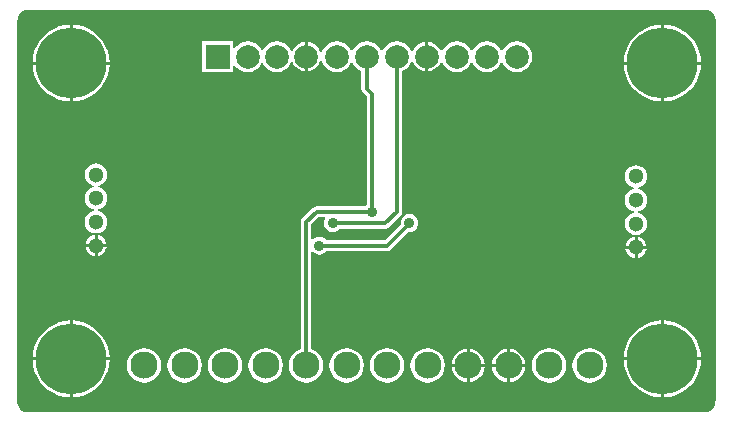
<source format=gbl>
G04 Layer_Physical_Order=2*
G04 Layer_Color=16711680*
%FSLAX25Y25*%
%MOIN*%
G70*
G01*
G75*
%ADD14C,0.01181*%
%ADD17C,0.09055*%
%ADD18C,0.02362*%
%ADD19C,0.23622*%
%ADD20C,0.05118*%
%ADD21C,0.07874*%
%ADD22R,0.07874X0.07874*%
%ADD23C,0.03543*%
G36*
X231532Y135954D02*
X232016Y135890D01*
X232826Y135555D01*
X233521Y135021D01*
X234055Y134326D01*
X234390Y133517D01*
X234489Y132766D01*
Y5894D01*
X234457Y5535D01*
X234444Y5468D01*
X234447Y5416D01*
X234409Y4936D01*
X234345Y4451D01*
X234010Y3641D01*
X233476Y2946D01*
X232781Y2413D01*
X231972Y2077D01*
X231468Y2011D01*
X5029D01*
X4279Y2110D01*
X3469Y2445D01*
X2774Y2979D01*
X2241Y3674D01*
X1905Y4484D01*
X1806Y5234D01*
Y132056D01*
X1806Y132500D01*
X1804Y132552D01*
X1841Y133032D01*
X1905Y133516D01*
X2241Y134326D01*
X2774Y135021D01*
X3469Y135555D01*
X4279Y135890D01*
X5030Y135989D01*
X230556Y135989D01*
X231000Y135989D01*
X231052Y135992D01*
X231532Y135954D01*
D02*
G37*
%LPC*%
G36*
X88205Y125634D02*
X86869Y125458D01*
X85624Y124943D01*
X84555Y124122D01*
X83735Y123053D01*
X83613Y122759D01*
X83113D01*
X82991Y123053D01*
X82171Y124122D01*
X81101Y124943D01*
X79856Y125458D01*
X78520Y125634D01*
X77184Y125458D01*
X75939Y124943D01*
X74870Y124122D01*
X74138Y123169D01*
X73638Y123303D01*
Y125590D01*
X63402D01*
Y115354D01*
X73638D01*
Y117641D01*
X74138Y117775D01*
X74870Y116822D01*
X75939Y116001D01*
X77184Y115486D01*
X78520Y115310D01*
X79856Y115486D01*
X81101Y116001D01*
X82171Y116822D01*
X82991Y117891D01*
X83113Y118185D01*
X83613D01*
X83735Y117891D01*
X84555Y116822D01*
X85624Y116001D01*
X86869Y115486D01*
X88205Y115310D01*
X89541Y115486D01*
X90786Y116001D01*
X91856Y116822D01*
X92676Y117891D01*
X92954Y118562D01*
X93495D01*
X93735Y117982D01*
X94527Y116951D01*
X95558Y116159D01*
X96759Y115662D01*
X97548Y115558D01*
Y120472D01*
Y125386D01*
X96759Y125282D01*
X95558Y124785D01*
X94527Y123993D01*
X93735Y122962D01*
X93495Y122382D01*
X92954D01*
X92676Y123053D01*
X91856Y124122D01*
X90786Y124943D01*
X89541Y125458D01*
X88205Y125634D01*
D02*
G37*
G36*
X168205D02*
X166869Y125458D01*
X165624Y124943D01*
X164555Y124122D01*
X163735Y123053D01*
X163476Y122429D01*
X162935D01*
X162676Y123053D01*
X161856Y124122D01*
X160786Y124943D01*
X159541Y125458D01*
X158205Y125634D01*
X156869Y125458D01*
X155624Y124943D01*
X154555Y124122D01*
X153735Y123053D01*
X153476Y122429D01*
X152935D01*
X152676Y123053D01*
X151856Y124122D01*
X150786Y124943D01*
X149541Y125458D01*
X148205Y125634D01*
X146869Y125458D01*
X145624Y124943D01*
X144555Y124122D01*
X143735Y123053D01*
X143378Y122192D01*
X142837D01*
X142518Y122962D01*
X141727Y123993D01*
X140695Y124785D01*
X139494Y125282D01*
X138705Y125386D01*
Y120472D01*
Y115558D01*
X139494Y115662D01*
X140695Y116159D01*
X141727Y116951D01*
X142518Y117982D01*
X142837Y118752D01*
X143378D01*
X143735Y117891D01*
X144555Y116822D01*
X145624Y116001D01*
X146869Y115486D01*
X148205Y115310D01*
X149541Y115486D01*
X150786Y116001D01*
X151856Y116822D01*
X152676Y117891D01*
X152935Y118516D01*
X153476D01*
X153735Y117891D01*
X154555Y116822D01*
X155624Y116001D01*
X156869Y115486D01*
X158205Y115310D01*
X159541Y115486D01*
X160786Y116001D01*
X161856Y116822D01*
X162676Y117891D01*
X162935Y118516D01*
X163476D01*
X163735Y117891D01*
X164555Y116822D01*
X165624Y116001D01*
X166869Y115486D01*
X168205Y115310D01*
X169541Y115486D01*
X170786Y116001D01*
X171856Y116822D01*
X172676Y117891D01*
X173192Y119136D01*
X173368Y120472D01*
X173192Y121808D01*
X172676Y123053D01*
X171856Y124122D01*
X170786Y124943D01*
X169541Y125458D01*
X168205Y125634D01*
D02*
G37*
G36*
X128205D02*
X126869Y125458D01*
X125624Y124943D01*
X124555Y124122D01*
X123735Y123053D01*
X123476Y122429D01*
X122935D01*
X122676Y123053D01*
X121856Y124122D01*
X120786Y124943D01*
X119541Y125458D01*
X118205Y125634D01*
X116869Y125458D01*
X115624Y124943D01*
X114555Y124122D01*
X113735Y123053D01*
X113476Y122429D01*
X112935D01*
X112676Y123053D01*
X111856Y124122D01*
X110786Y124943D01*
X109541Y125458D01*
X108205Y125634D01*
X106869Y125458D01*
X105624Y124943D01*
X104555Y124122D01*
X103735Y123053D01*
X103299Y122002D01*
X102758D01*
X102360Y122962D01*
X101569Y123993D01*
X100538Y124785D01*
X99337Y125282D01*
X98548Y125386D01*
Y120472D01*
Y115558D01*
X99337Y115662D01*
X100538Y116159D01*
X101569Y116951D01*
X102360Y117982D01*
X102758Y118942D01*
X103299D01*
X103735Y117891D01*
X104555Y116822D01*
X105624Y116001D01*
X106869Y115486D01*
X108205Y115310D01*
X109541Y115486D01*
X110786Y116001D01*
X111856Y116822D01*
X112676Y117891D01*
X112935Y118516D01*
X113476D01*
X113735Y117891D01*
X114555Y116822D01*
X115624Y116001D01*
X116399Y115680D01*
Y109795D01*
X116536Y109103D01*
X116928Y108517D01*
X118194Y107252D01*
Y71096D01*
X117894Y70866D01*
X117664Y70566D01*
X102031D01*
X101874Y70535D01*
X101487D01*
X100796Y70397D01*
X100210Y70006D01*
X96723Y66519D01*
X96331Y65933D01*
X96194Y65241D01*
Y22931D01*
X95121Y22487D01*
X93928Y21572D01*
X93014Y20379D01*
X92438Y18990D01*
X92242Y17500D01*
X92438Y16010D01*
X93014Y14621D01*
X93928Y13429D01*
X95121Y12514D01*
X96510Y11938D01*
X98000Y11742D01*
X99490Y11938D01*
X100879Y12514D01*
X102071Y13429D01*
X102987Y14621D01*
X103562Y16010D01*
X103758Y17500D01*
X103562Y18990D01*
X102987Y20379D01*
X102071Y21572D01*
X100879Y22487D01*
X99806Y22931D01*
Y55210D01*
X100306Y55380D01*
X100338Y55338D01*
X100955Y54865D01*
X101673Y54567D01*
X102444Y54466D01*
X103215Y54567D01*
X103933Y54865D01*
X104550Y55338D01*
X104780Y55638D01*
X124944D01*
X125636Y55775D01*
X126222Y56167D01*
X132090Y62035D01*
X132464Y61986D01*
X133235Y62087D01*
X133953Y62385D01*
X134570Y62858D01*
X135043Y63475D01*
X135341Y64193D01*
X135442Y64964D01*
X135341Y65735D01*
X135043Y66453D01*
X134570Y67070D01*
X133953Y67543D01*
X133235Y67841D01*
X132464Y67942D01*
X131693Y67841D01*
X130975Y67543D01*
X130358Y67070D01*
X129885Y66453D01*
X129587Y65735D01*
X129486Y64964D01*
X129535Y64590D01*
X124196Y59251D01*
X104780D01*
X104550Y59550D01*
X103933Y60023D01*
X103215Y60321D01*
X102444Y60422D01*
X101673Y60321D01*
X100955Y60023D01*
X100338Y59550D01*
X100306Y59509D01*
X99806Y59678D01*
Y64493D01*
X102267Y66953D01*
X104203D01*
X104425Y66505D01*
X104385Y66453D01*
X104087Y65735D01*
X103986Y64964D01*
X104087Y64193D01*
X104385Y63475D01*
X104858Y62858D01*
X105475Y62385D01*
X106193Y62087D01*
X106964Y61986D01*
X107735Y62087D01*
X108453Y62385D01*
X109070Y62858D01*
X109300Y63158D01*
X124464D01*
X125155Y63295D01*
X125741Y63687D01*
X129483Y67428D01*
X129874Y68014D01*
X130012Y68705D01*
Y115680D01*
X130787Y116001D01*
X131856Y116822D01*
X132676Y117891D01*
X133033Y118752D01*
X133574D01*
X133893Y117982D01*
X134684Y116951D01*
X135715Y116159D01*
X136916Y115662D01*
X137705Y115558D01*
Y120472D01*
Y125386D01*
X136916Y125282D01*
X135715Y124785D01*
X134684Y123993D01*
X133893Y122962D01*
X133574Y122192D01*
X133033D01*
X132676Y123053D01*
X131856Y124122D01*
X130787Y124943D01*
X129541Y125458D01*
X128205Y125634D01*
D02*
G37*
G36*
X217315Y131126D02*
Y118815D01*
X229626D01*
X229507Y120325D01*
X229037Y122286D01*
X228265Y124149D01*
X227211Y125868D01*
X225902Y127402D01*
X224368Y128711D01*
X222649Y129765D01*
X220786Y130537D01*
X218825Y131007D01*
X217315Y131126D01*
D02*
G37*
G36*
X216315D02*
X214805Y131007D01*
X212844Y130537D01*
X210981Y129765D01*
X209261Y128711D01*
X207728Y127402D01*
X206419Y125868D01*
X205365Y124149D01*
X204593Y122286D01*
X204122Y120325D01*
X204004Y118815D01*
X216315D01*
Y131126D01*
D02*
G37*
G36*
X20185D02*
Y118815D01*
X32496D01*
X32377Y120325D01*
X31907Y122286D01*
X31135Y124149D01*
X30081Y125868D01*
X28772Y127402D01*
X27239Y128711D01*
X25519Y129765D01*
X23656Y130537D01*
X21695Y131007D01*
X20185Y131126D01*
D02*
G37*
G36*
X19185D02*
X17675Y131007D01*
X15714Y130537D01*
X13851Y129765D01*
X12132Y128711D01*
X10598Y127402D01*
X9289Y125868D01*
X8235Y124149D01*
X7463Y122286D01*
X6993Y120325D01*
X6874Y118815D01*
X19185D01*
Y131126D01*
D02*
G37*
G36*
X229626Y117815D02*
X217315D01*
Y105504D01*
X218825Y105622D01*
X220786Y106093D01*
X222649Y106865D01*
X224368Y107919D01*
X225902Y109228D01*
X227211Y110762D01*
X228265Y112481D01*
X229037Y114344D01*
X229507Y116305D01*
X229626Y117815D01*
D02*
G37*
G36*
X216315D02*
X204004D01*
X204122Y116305D01*
X204593Y114344D01*
X205365Y112481D01*
X206419Y110762D01*
X207728Y109228D01*
X209261Y107919D01*
X210981Y106865D01*
X212844Y106093D01*
X214805Y105622D01*
X216315Y105504D01*
Y117815D01*
D02*
G37*
G36*
X32496D02*
X20185D01*
Y105504D01*
X21695Y105622D01*
X23656Y106093D01*
X25519Y106865D01*
X27239Y107919D01*
X28772Y109228D01*
X30081Y110762D01*
X31135Y112481D01*
X31907Y114344D01*
X32377Y116305D01*
X32496Y117815D01*
D02*
G37*
G36*
X19185D02*
X6874D01*
X6993Y116305D01*
X7463Y114344D01*
X8235Y112481D01*
X9289Y110762D01*
X10598Y109228D01*
X12132Y107919D01*
X13851Y106865D01*
X15714Y106093D01*
X17675Y105622D01*
X19185Y105504D01*
Y117815D01*
D02*
G37*
G36*
X28009Y84885D02*
X27033Y84757D01*
X26123Y84380D01*
X25342Y83780D01*
X24742Y82999D01*
X24365Y82089D01*
X24237Y81113D01*
X24365Y80137D01*
X24742Y79227D01*
X25342Y78445D01*
X26123Y77846D01*
X27033Y77469D01*
X27344Y77428D01*
Y76924D01*
X27033Y76883D01*
X26123Y76506D01*
X25342Y75906D01*
X24742Y75125D01*
X24365Y74215D01*
X24237Y73239D01*
X24365Y72263D01*
X24742Y71353D01*
X25342Y70571D01*
X26123Y69972D01*
X27033Y69595D01*
X27344Y69554D01*
Y69050D01*
X27033Y69009D01*
X26123Y68632D01*
X25342Y68032D01*
X24742Y67251D01*
X24365Y66341D01*
X24237Y65365D01*
X24365Y64388D01*
X24742Y63479D01*
X25342Y62697D01*
X26123Y62098D01*
X27033Y61721D01*
X28009Y61592D01*
X28986Y61721D01*
X29895Y62098D01*
X30677Y62697D01*
X31276Y63479D01*
X31653Y64388D01*
X31782Y65365D01*
X31653Y66341D01*
X31276Y67251D01*
X30677Y68032D01*
X29895Y68632D01*
X28986Y69009D01*
X28674Y69050D01*
Y69554D01*
X28986Y69595D01*
X29895Y69972D01*
X30677Y70571D01*
X31276Y71353D01*
X31653Y72263D01*
X31782Y73239D01*
X31653Y74215D01*
X31276Y75125D01*
X30677Y75906D01*
X29895Y76506D01*
X28986Y76883D01*
X28674Y76924D01*
Y77428D01*
X28986Y77469D01*
X29895Y77846D01*
X30677Y78445D01*
X31276Y79227D01*
X31653Y80137D01*
X31782Y81113D01*
X31653Y82089D01*
X31276Y82999D01*
X30677Y83780D01*
X29895Y84380D01*
X28986Y84757D01*
X28009Y84885D01*
D02*
G37*
G36*
X207991Y84282D02*
X207014Y84153D01*
X206105Y83776D01*
X205323Y83177D01*
X204724Y82395D01*
X204347Y81486D01*
X204218Y80509D01*
X204347Y79533D01*
X204724Y78623D01*
X205323Y77842D01*
X206105Y77242D01*
X207014Y76865D01*
X207326Y76824D01*
Y76320D01*
X207014Y76279D01*
X206105Y75902D01*
X205323Y75303D01*
X204724Y74521D01*
X204347Y73612D01*
X204218Y72635D01*
X204347Y71659D01*
X204724Y70749D01*
X205323Y69968D01*
X206105Y69368D01*
X207014Y68991D01*
X207326Y68950D01*
Y68446D01*
X207014Y68405D01*
X206105Y68028D01*
X205323Y67429D01*
X204724Y66647D01*
X204347Y65737D01*
X204218Y64761D01*
X204347Y63785D01*
X204724Y62875D01*
X205323Y62094D01*
X206105Y61494D01*
X207014Y61117D01*
X207991Y60989D01*
X208967Y61117D01*
X209877Y61494D01*
X210658Y62094D01*
X211258Y62875D01*
X211635Y63785D01*
X211763Y64761D01*
X211635Y65737D01*
X211258Y66647D01*
X210658Y67429D01*
X209877Y68028D01*
X208967Y68405D01*
X208656Y68446D01*
Y68950D01*
X208967Y68991D01*
X209877Y69368D01*
X210658Y69968D01*
X211258Y70749D01*
X211635Y71659D01*
X211763Y72635D01*
X211635Y73612D01*
X211258Y74521D01*
X210658Y75303D01*
X209877Y75902D01*
X208967Y76279D01*
X208656Y76320D01*
Y76824D01*
X208967Y76865D01*
X209877Y77242D01*
X210658Y77842D01*
X211258Y78623D01*
X211635Y79533D01*
X211763Y80509D01*
X211635Y81486D01*
X211258Y82395D01*
X210658Y83177D01*
X209877Y83776D01*
X208967Y84153D01*
X207991Y84282D01*
D02*
G37*
G36*
X28509Y61015D02*
Y57991D01*
X31533D01*
X31477Y58420D01*
X31118Y59286D01*
X30548Y60029D01*
X29804Y60600D01*
X28938Y60958D01*
X28509Y61015D01*
D02*
G37*
G36*
X27509D02*
X27080Y60958D01*
X26214Y60600D01*
X25471Y60029D01*
X24900Y59286D01*
X24542Y58420D01*
X24485Y57991D01*
X27509D01*
Y61015D01*
D02*
G37*
G36*
X208491Y60411D02*
Y57387D01*
X211515D01*
X211458Y57816D01*
X211100Y58682D01*
X210529Y59425D01*
X209786Y59996D01*
X208920Y60355D01*
X208491Y60411D01*
D02*
G37*
G36*
X207491D02*
X207062Y60355D01*
X206196Y59996D01*
X205452Y59425D01*
X204882Y58682D01*
X204523Y57816D01*
X204467Y57387D01*
X207491D01*
Y60411D01*
D02*
G37*
G36*
X31533Y56991D02*
X28509D01*
Y53967D01*
X28938Y54023D01*
X29804Y54382D01*
X30548Y54952D01*
X31118Y55696D01*
X31477Y56562D01*
X31533Y56991D01*
D02*
G37*
G36*
X27509D02*
X24485D01*
X24542Y56562D01*
X24900Y55696D01*
X25471Y54952D01*
X26214Y54382D01*
X27080Y54023D01*
X27509Y53967D01*
Y56991D01*
D02*
G37*
G36*
X211515Y56387D02*
X208491D01*
Y53363D01*
X208920Y53420D01*
X209786Y53778D01*
X210529Y54349D01*
X211100Y55092D01*
X211458Y55958D01*
X211515Y56387D01*
D02*
G37*
G36*
X207491D02*
X204467D01*
X204523Y55958D01*
X204882Y55092D01*
X205452Y54349D01*
X206196Y53778D01*
X207062Y53420D01*
X207491Y53363D01*
Y56387D01*
D02*
G37*
G36*
X217315Y32496D02*
Y20185D01*
X229626D01*
X229507Y21695D01*
X229037Y23656D01*
X228265Y25519D01*
X227211Y27239D01*
X225902Y28772D01*
X224368Y30081D01*
X222649Y31135D01*
X220786Y31907D01*
X218825Y32377D01*
X217315Y32496D01*
D02*
G37*
G36*
X216315D02*
X214805Y32377D01*
X212844Y31907D01*
X210981Y31135D01*
X209261Y30081D01*
X207728Y28772D01*
X206419Y27239D01*
X205365Y25519D01*
X204593Y23656D01*
X204122Y21695D01*
X204004Y20185D01*
X216315D01*
Y32496D01*
D02*
G37*
G36*
X20185D02*
Y20185D01*
X32496D01*
X32377Y21695D01*
X31907Y23656D01*
X31135Y25519D01*
X30081Y27239D01*
X28772Y28772D01*
X27239Y30081D01*
X25519Y31135D01*
X23656Y31907D01*
X21695Y32377D01*
X20185Y32496D01*
D02*
G37*
G36*
X19185D02*
X17675Y32377D01*
X15714Y31907D01*
X13851Y31135D01*
X12132Y30081D01*
X10598Y28772D01*
X9289Y27239D01*
X8235Y25519D01*
X7463Y23656D01*
X6993Y21695D01*
X6874Y20185D01*
X19185D01*
Y32496D01*
D02*
G37*
G36*
X166000Y23009D02*
Y18000D01*
X171009D01*
X170885Y18943D01*
X170328Y20288D01*
X169442Y21442D01*
X168288Y22328D01*
X166943Y22885D01*
X166000Y23009D01*
D02*
G37*
G36*
X165000D02*
X164057Y22885D01*
X162712Y22328D01*
X161558Y21442D01*
X160672Y20288D01*
X160115Y18943D01*
X159991Y18000D01*
X165000D01*
Y23009D01*
D02*
G37*
G36*
X152500D02*
Y18000D01*
X157509D01*
X157385Y18943D01*
X156828Y20288D01*
X155942Y21442D01*
X154788Y22328D01*
X153443Y22885D01*
X152500Y23009D01*
D02*
G37*
G36*
X151500D02*
X150557Y22885D01*
X149212Y22328D01*
X148058Y21442D01*
X147172Y20288D01*
X146615Y18943D01*
X146491Y18000D01*
X151500D01*
Y23009D01*
D02*
G37*
G36*
X171009Y17000D02*
X166000D01*
Y11991D01*
X166943Y12115D01*
X168288Y12672D01*
X169442Y13558D01*
X170328Y14712D01*
X170885Y16057D01*
X171009Y17000D01*
D02*
G37*
G36*
X165000D02*
X159991D01*
X160115Y16057D01*
X160672Y14712D01*
X161558Y13558D01*
X162712Y12672D01*
X164057Y12115D01*
X165000Y11991D01*
Y17000D01*
D02*
G37*
G36*
X157509D02*
X152500D01*
Y11991D01*
X153443Y12115D01*
X154788Y12672D01*
X155942Y13558D01*
X156828Y14712D01*
X157385Y16057D01*
X157509Y17000D01*
D02*
G37*
G36*
X151500D02*
X146491D01*
X146615Y16057D01*
X147172Y14712D01*
X148058Y13558D01*
X149212Y12672D01*
X150557Y12115D01*
X151500Y11991D01*
Y17000D01*
D02*
G37*
G36*
X192500Y23258D02*
X191010Y23062D01*
X189621Y22487D01*
X188428Y21572D01*
X187513Y20379D01*
X186938Y18990D01*
X186742Y17500D01*
X186938Y16010D01*
X187513Y14621D01*
X188428Y13429D01*
X189621Y12514D01*
X191010Y11938D01*
X192500Y11742D01*
X193990Y11938D01*
X195379Y12514D01*
X196572Y13429D01*
X197486Y14621D01*
X198062Y16010D01*
X198258Y17500D01*
X198062Y18990D01*
X197486Y20379D01*
X196572Y21572D01*
X195379Y22487D01*
X193990Y23062D01*
X192500Y23258D01*
D02*
G37*
G36*
X179000D02*
X177510Y23062D01*
X176121Y22487D01*
X174928Y21572D01*
X174013Y20379D01*
X173438Y18990D01*
X173242Y17500D01*
X173438Y16010D01*
X174013Y14621D01*
X174928Y13429D01*
X176121Y12514D01*
X177510Y11938D01*
X179000Y11742D01*
X180490Y11938D01*
X181879Y12514D01*
X183071Y13429D01*
X183986Y14621D01*
X184562Y16010D01*
X184758Y17500D01*
X184562Y18990D01*
X183986Y20379D01*
X183071Y21572D01*
X181879Y22487D01*
X180490Y23062D01*
X179000Y23258D01*
D02*
G37*
G36*
X138500D02*
X137010Y23062D01*
X135621Y22487D01*
X134429Y21572D01*
X133513Y20379D01*
X132938Y18990D01*
X132742Y17500D01*
X132938Y16010D01*
X133513Y14621D01*
X134429Y13429D01*
X135621Y12514D01*
X137010Y11938D01*
X138500Y11742D01*
X139990Y11938D01*
X141379Y12514D01*
X142571Y13429D01*
X143486Y14621D01*
X144062Y16010D01*
X144258Y17500D01*
X144062Y18990D01*
X143486Y20379D01*
X142571Y21572D01*
X141379Y22487D01*
X139990Y23062D01*
X138500Y23258D01*
D02*
G37*
G36*
X125000D02*
X123510Y23062D01*
X122121Y22487D01*
X120929Y21572D01*
X120013Y20379D01*
X119438Y18990D01*
X119242Y17500D01*
X119438Y16010D01*
X120013Y14621D01*
X120929Y13429D01*
X122121Y12514D01*
X123510Y11938D01*
X125000Y11742D01*
X126490Y11938D01*
X127879Y12514D01*
X129071Y13429D01*
X129987Y14621D01*
X130562Y16010D01*
X130758Y17500D01*
X130562Y18990D01*
X129987Y20379D01*
X129071Y21572D01*
X127879Y22487D01*
X126490Y23062D01*
X125000Y23258D01*
D02*
G37*
G36*
X111500D02*
X110010Y23062D01*
X108621Y22487D01*
X107429Y21572D01*
X106514Y20379D01*
X105938Y18990D01*
X105742Y17500D01*
X105938Y16010D01*
X106514Y14621D01*
X107429Y13429D01*
X108621Y12514D01*
X110010Y11938D01*
X111500Y11742D01*
X112990Y11938D01*
X114379Y12514D01*
X115571Y13429D01*
X116487Y14621D01*
X117062Y16010D01*
X117258Y17500D01*
X117062Y18990D01*
X116487Y20379D01*
X115571Y21572D01*
X114379Y22487D01*
X112990Y23062D01*
X111500Y23258D01*
D02*
G37*
G36*
X84500D02*
X83010Y23062D01*
X81621Y22487D01*
X80428Y21572D01*
X79514Y20379D01*
X78938Y18990D01*
X78742Y17500D01*
X78938Y16010D01*
X79514Y14621D01*
X80428Y13429D01*
X81621Y12514D01*
X83010Y11938D01*
X84500Y11742D01*
X85990Y11938D01*
X87379Y12514D01*
X88572Y13429D01*
X89486Y14621D01*
X90062Y16010D01*
X90258Y17500D01*
X90062Y18990D01*
X89486Y20379D01*
X88572Y21572D01*
X87379Y22487D01*
X85990Y23062D01*
X84500Y23258D01*
D02*
G37*
G36*
X71000D02*
X69510Y23062D01*
X68121Y22487D01*
X66928Y21572D01*
X66013Y20379D01*
X65438Y18990D01*
X65242Y17500D01*
X65438Y16010D01*
X66013Y14621D01*
X66928Y13429D01*
X68121Y12514D01*
X69510Y11938D01*
X71000Y11742D01*
X72490Y11938D01*
X73879Y12514D01*
X75072Y13429D01*
X75986Y14621D01*
X76562Y16010D01*
X76758Y17500D01*
X76562Y18990D01*
X75986Y20379D01*
X75072Y21572D01*
X73879Y22487D01*
X72490Y23062D01*
X71000Y23258D01*
D02*
G37*
G36*
X57500D02*
X56010Y23062D01*
X54621Y22487D01*
X53429Y21572D01*
X52513Y20379D01*
X51938Y18990D01*
X51742Y17500D01*
X51938Y16010D01*
X52513Y14621D01*
X53429Y13429D01*
X54621Y12514D01*
X56010Y11938D01*
X57500Y11742D01*
X58990Y11938D01*
X60379Y12514D01*
X61572Y13429D01*
X62486Y14621D01*
X63062Y16010D01*
X63258Y17500D01*
X63062Y18990D01*
X62486Y20379D01*
X61572Y21572D01*
X60379Y22487D01*
X58990Y23062D01*
X57500Y23258D01*
D02*
G37*
G36*
X44000D02*
X42510Y23062D01*
X41121Y22487D01*
X39928Y21572D01*
X39013Y20379D01*
X38438Y18990D01*
X38242Y17500D01*
X38438Y16010D01*
X39013Y14621D01*
X39928Y13429D01*
X41121Y12514D01*
X42510Y11938D01*
X44000Y11742D01*
X45490Y11938D01*
X46879Y12514D01*
X48072Y13429D01*
X48987Y14621D01*
X49562Y16010D01*
X49758Y17500D01*
X49562Y18990D01*
X48987Y20379D01*
X48072Y21572D01*
X46879Y22487D01*
X45490Y23062D01*
X44000Y23258D01*
D02*
G37*
G36*
X229626Y19185D02*
X217315D01*
Y6874D01*
X218825Y6993D01*
X220786Y7463D01*
X222649Y8235D01*
X224368Y9289D01*
X225902Y10598D01*
X227211Y12132D01*
X228265Y13851D01*
X229037Y15714D01*
X229507Y17675D01*
X229626Y19185D01*
D02*
G37*
G36*
X216315D02*
X204004D01*
X204122Y17675D01*
X204593Y15714D01*
X205365Y13851D01*
X206419Y12132D01*
X207728Y10598D01*
X209261Y9289D01*
X210981Y8235D01*
X212844Y7463D01*
X214805Y6993D01*
X216315Y6874D01*
Y19185D01*
D02*
G37*
G36*
X32496D02*
X20185D01*
Y6874D01*
X21695Y6993D01*
X23656Y7463D01*
X25519Y8235D01*
X27239Y9289D01*
X28772Y10598D01*
X30081Y12132D01*
X31135Y13851D01*
X31907Y15714D01*
X32377Y17675D01*
X32496Y19185D01*
D02*
G37*
G36*
X19185D02*
X6874D01*
X6993Y17675D01*
X7463Y15714D01*
X8235Y13851D01*
X9289Y12132D01*
X10598Y10598D01*
X12132Y9289D01*
X13851Y8235D01*
X15714Y7463D01*
X17675Y6993D01*
X19185Y6874D01*
Y19185D01*
D02*
G37*
%LPD*%
D14*
X128205Y68705D02*
Y120472D01*
X124464Y64964D02*
X128205Y68705D01*
X106964Y64964D02*
X124464D01*
X120000Y68760D02*
Y108000D01*
X118205Y109795D02*
X120000Y108000D01*
X118205Y109795D02*
Y120472D01*
X101487Y68729D02*
X102000D01*
X102031Y68760D01*
X120000D01*
X98000Y17500D02*
Y65241D01*
X101487Y68729D01*
X102444Y57444D02*
X124944D01*
X132520Y65020D01*
D17*
X192500Y17500D02*
D03*
X179000D02*
D03*
X165500D02*
D03*
X152000D02*
D03*
X138500D02*
D03*
X125000D02*
D03*
X111500D02*
D03*
X98000D02*
D03*
X84500D02*
D03*
X71000D02*
D03*
X57500D02*
D03*
X44000D02*
D03*
D18*
X12975Y111862D02*
D03*
X10490Y118380D02*
D03*
X13127Y124771D02*
D03*
X19671Y127460D02*
D03*
X26112Y124923D02*
D03*
X28824Y118281D02*
D03*
X26112Y111913D02*
D03*
X19673Y109180D02*
D03*
X216803D02*
D03*
X223242Y111913D02*
D03*
X225954Y118281D02*
D03*
X223242Y124923D02*
D03*
X216800Y127460D02*
D03*
X210257Y124771D02*
D03*
X207620Y118380D02*
D03*
X210105Y111862D02*
D03*
X216803Y10551D02*
D03*
X223242Y13283D02*
D03*
X225954Y19651D02*
D03*
X223242Y26294D02*
D03*
X216800Y28830D02*
D03*
X210257Y26141D02*
D03*
X207620Y19750D02*
D03*
X210105Y13232D02*
D03*
X19673Y10551D02*
D03*
X26112Y13283D02*
D03*
X28824Y19651D02*
D03*
X26112Y26294D02*
D03*
X19671Y28830D02*
D03*
X13127Y26141D02*
D03*
X10490Y19750D02*
D03*
X12975Y13232D02*
D03*
D19*
X19685Y118315D02*
D03*
X216815D02*
D03*
Y19685D02*
D03*
X19685D02*
D03*
D20*
X28009Y81113D02*
D03*
Y73239D02*
D03*
Y57491D02*
D03*
Y65365D02*
D03*
X207991Y56887D02*
D03*
Y64761D02*
D03*
Y80509D02*
D03*
Y72635D02*
D03*
D21*
X158205Y120472D02*
D03*
X148205D02*
D03*
X138205D02*
D03*
X128205D02*
D03*
X78520D02*
D03*
X88205D02*
D03*
X98048D02*
D03*
X108205D02*
D03*
X118205D02*
D03*
X168205D02*
D03*
D22*
X68520D02*
D03*
D23*
X106964Y64964D02*
D03*
X120000Y68760D02*
D03*
X102444Y57444D02*
D03*
X132464Y64964D02*
D03*
M02*

</source>
